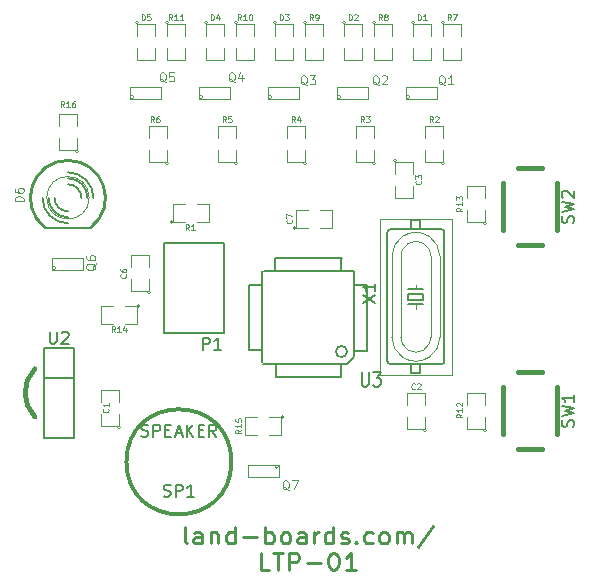
<source format=gto>
G04 (created by PCBNEW (2013-04-19 BZR 4011)-stable) date 21/08/2014 15:39:43*
%MOIN*%
G04 Gerber Fmt 3.4, Leading zero omitted, Abs format*
%FSLAX34Y34*%
G01*
G70*
G90*
G04 APERTURE LIST*
%ADD10C,0*%
%ADD11C,0.015*%
%ADD12C,0.01*%
%ADD13C,0.006*%
%ADD14C,0.0031*%
%ADD15C,0.0039*%
%ADD16C,0.008*%
%ADD17C,0.012*%
%ADD18C,0.003*%
%ADD19C,0.0026*%
%ADD20C,0.002*%
%ADD21C,0.0047*%
%ADD22C,0.0043*%
%ADD23C,0.0035*%
G04 APERTURE END LIST*
G54D10*
G54D11*
X22600Y-27800D02*
G75*
G03X22600Y-29399I799J-799D01*
G74*
G01*
G54D12*
X27685Y-33622D02*
X27628Y-33596D01*
X27600Y-33544D01*
X27600Y-33072D01*
X28171Y-33622D02*
X28171Y-33334D01*
X28142Y-33282D01*
X28085Y-33255D01*
X27971Y-33255D01*
X27914Y-33282D01*
X28171Y-33596D02*
X28114Y-33622D01*
X27971Y-33622D01*
X27914Y-33596D01*
X27885Y-33544D01*
X27885Y-33491D01*
X27914Y-33439D01*
X27971Y-33413D01*
X28114Y-33413D01*
X28171Y-33386D01*
X28457Y-33255D02*
X28457Y-33622D01*
X28457Y-33308D02*
X28485Y-33282D01*
X28542Y-33255D01*
X28628Y-33255D01*
X28685Y-33282D01*
X28714Y-33334D01*
X28714Y-33622D01*
X29257Y-33622D02*
X29257Y-33072D01*
X29257Y-33596D02*
X29200Y-33622D01*
X29085Y-33622D01*
X29028Y-33596D01*
X29000Y-33570D01*
X28971Y-33517D01*
X28971Y-33360D01*
X29000Y-33308D01*
X29028Y-33282D01*
X29085Y-33255D01*
X29200Y-33255D01*
X29257Y-33282D01*
X29542Y-33413D02*
X30000Y-33413D01*
X30285Y-33622D02*
X30285Y-33072D01*
X30285Y-33282D02*
X30342Y-33255D01*
X30457Y-33255D01*
X30514Y-33282D01*
X30542Y-33308D01*
X30571Y-33360D01*
X30571Y-33517D01*
X30542Y-33570D01*
X30514Y-33596D01*
X30457Y-33622D01*
X30342Y-33622D01*
X30285Y-33596D01*
X30914Y-33622D02*
X30857Y-33596D01*
X30828Y-33570D01*
X30800Y-33517D01*
X30800Y-33360D01*
X30828Y-33308D01*
X30857Y-33282D01*
X30914Y-33255D01*
X31000Y-33255D01*
X31057Y-33282D01*
X31085Y-33308D01*
X31114Y-33360D01*
X31114Y-33517D01*
X31085Y-33570D01*
X31057Y-33596D01*
X31000Y-33622D01*
X30914Y-33622D01*
X31628Y-33622D02*
X31628Y-33334D01*
X31600Y-33282D01*
X31542Y-33255D01*
X31428Y-33255D01*
X31371Y-33282D01*
X31628Y-33596D02*
X31571Y-33622D01*
X31428Y-33622D01*
X31371Y-33596D01*
X31342Y-33544D01*
X31342Y-33491D01*
X31371Y-33439D01*
X31428Y-33413D01*
X31571Y-33413D01*
X31628Y-33386D01*
X31914Y-33622D02*
X31914Y-33255D01*
X31914Y-33360D02*
X31942Y-33308D01*
X31971Y-33282D01*
X32028Y-33255D01*
X32085Y-33255D01*
X32542Y-33622D02*
X32542Y-33072D01*
X32542Y-33596D02*
X32485Y-33622D01*
X32371Y-33622D01*
X32314Y-33596D01*
X32285Y-33570D01*
X32257Y-33517D01*
X32257Y-33360D01*
X32285Y-33308D01*
X32314Y-33282D01*
X32371Y-33255D01*
X32485Y-33255D01*
X32542Y-33282D01*
X32800Y-33596D02*
X32857Y-33622D01*
X32971Y-33622D01*
X33028Y-33596D01*
X33057Y-33544D01*
X33057Y-33517D01*
X33028Y-33465D01*
X32971Y-33439D01*
X32885Y-33439D01*
X32828Y-33413D01*
X32800Y-33360D01*
X32800Y-33334D01*
X32828Y-33282D01*
X32885Y-33255D01*
X32971Y-33255D01*
X33028Y-33282D01*
X33314Y-33570D02*
X33342Y-33596D01*
X33314Y-33622D01*
X33285Y-33596D01*
X33314Y-33570D01*
X33314Y-33622D01*
X33857Y-33596D02*
X33800Y-33622D01*
X33685Y-33622D01*
X33628Y-33596D01*
X33600Y-33570D01*
X33571Y-33517D01*
X33571Y-33360D01*
X33600Y-33308D01*
X33628Y-33282D01*
X33685Y-33255D01*
X33800Y-33255D01*
X33857Y-33282D01*
X34200Y-33622D02*
X34142Y-33596D01*
X34114Y-33570D01*
X34085Y-33517D01*
X34085Y-33360D01*
X34114Y-33308D01*
X34142Y-33282D01*
X34200Y-33255D01*
X34285Y-33255D01*
X34342Y-33282D01*
X34371Y-33308D01*
X34400Y-33360D01*
X34400Y-33517D01*
X34371Y-33570D01*
X34342Y-33596D01*
X34285Y-33622D01*
X34200Y-33622D01*
X34657Y-33622D02*
X34657Y-33255D01*
X34657Y-33308D02*
X34685Y-33282D01*
X34742Y-33255D01*
X34828Y-33255D01*
X34885Y-33282D01*
X34914Y-33334D01*
X34914Y-33622D01*
X34914Y-33334D02*
X34942Y-33282D01*
X35000Y-33255D01*
X35085Y-33255D01*
X35142Y-33282D01*
X35171Y-33334D01*
X35171Y-33622D01*
X35885Y-33046D02*
X35371Y-33753D01*
X30414Y-34492D02*
X30128Y-34492D01*
X30128Y-33942D01*
X30528Y-33942D02*
X30871Y-33942D01*
X30699Y-34492D02*
X30699Y-33942D01*
X31071Y-34492D02*
X31071Y-33942D01*
X31300Y-33942D01*
X31357Y-33968D01*
X31385Y-33995D01*
X31414Y-34047D01*
X31414Y-34125D01*
X31385Y-34178D01*
X31357Y-34204D01*
X31300Y-34230D01*
X31071Y-34230D01*
X31671Y-34283D02*
X32128Y-34283D01*
X32528Y-33942D02*
X32585Y-33942D01*
X32642Y-33968D01*
X32671Y-33995D01*
X32699Y-34047D01*
X32728Y-34152D01*
X32728Y-34283D01*
X32699Y-34387D01*
X32671Y-34440D01*
X32642Y-34466D01*
X32585Y-34492D01*
X32528Y-34492D01*
X32471Y-34466D01*
X32442Y-34440D01*
X32414Y-34387D01*
X32385Y-34283D01*
X32385Y-34152D01*
X32414Y-34047D01*
X32442Y-33995D01*
X32471Y-33968D01*
X32528Y-33942D01*
X33300Y-34492D02*
X32957Y-34492D01*
X33128Y-34492D02*
X33128Y-33942D01*
X33071Y-34021D01*
X33014Y-34073D01*
X32957Y-34099D01*
G54D13*
X29720Y-25010D02*
X30170Y-25010D01*
X29720Y-27190D02*
X30160Y-27190D01*
X29720Y-25010D02*
X29720Y-27190D01*
X30600Y-24540D02*
X30600Y-24110D01*
X32810Y-24530D02*
X32810Y-24110D01*
X32820Y-24110D02*
X30600Y-24100D01*
X32800Y-28080D02*
X30630Y-28090D01*
X33230Y-27390D02*
X33230Y-24560D01*
X30620Y-28080D02*
X30620Y-27670D01*
X32980Y-27630D02*
X30200Y-27630D01*
X30180Y-24550D02*
X30180Y-27590D01*
X33230Y-24550D02*
X30230Y-24550D01*
X33680Y-27220D02*
X33680Y-25000D01*
X33680Y-25000D02*
X33230Y-25000D01*
X33226Y-27400D02*
X32996Y-27630D01*
X33678Y-27220D02*
X33226Y-27220D01*
X32800Y-27630D02*
X32800Y-28082D01*
X33006Y-27226D02*
G75*
G03X33006Y-27226I-188J0D01*
G74*
G01*
G54D11*
X39494Y-21120D02*
X38706Y-21120D01*
X38214Y-21613D02*
X38214Y-23187D01*
X39494Y-23680D02*
X38805Y-23680D01*
X38805Y-23680D02*
X38706Y-23680D01*
X39986Y-21613D02*
X39986Y-23187D01*
X39494Y-27920D02*
X38706Y-27920D01*
X38214Y-28413D02*
X38214Y-29987D01*
X39494Y-30480D02*
X38805Y-30480D01*
X38805Y-30480D02*
X38706Y-30480D01*
X39986Y-28413D02*
X39986Y-29987D01*
G54D14*
X28199Y-18738D02*
G75*
G03X28199Y-18738I-62J0D01*
G74*
G01*
X29100Y-18400D02*
X29100Y-18800D01*
X28075Y-18400D02*
X28075Y-18800D01*
X29100Y-18800D02*
X28075Y-18800D01*
X28075Y-18400D02*
X29100Y-18400D01*
X23299Y-24438D02*
G75*
G03X23299Y-24438I-62J0D01*
G74*
G01*
X24200Y-24100D02*
X24200Y-24500D01*
X23175Y-24100D02*
X23175Y-24500D01*
X24200Y-24500D02*
X23175Y-24500D01*
X23175Y-24100D02*
X24200Y-24100D01*
X30725Y-31062D02*
G75*
G03X30725Y-31062I-62J0D01*
G74*
G01*
X29700Y-31400D02*
X29700Y-31000D01*
X30725Y-31400D02*
X30725Y-31000D01*
X29700Y-31000D02*
X30725Y-31000D01*
X30725Y-31400D02*
X29700Y-31400D01*
X30499Y-18738D02*
G75*
G03X30499Y-18738I-62J0D01*
G74*
G01*
X31400Y-18400D02*
X31400Y-18800D01*
X30375Y-18400D02*
X30375Y-18800D01*
X31400Y-18800D02*
X30375Y-18800D01*
X30375Y-18400D02*
X31400Y-18400D01*
X25899Y-18738D02*
G75*
G03X25899Y-18738I-62J0D01*
G74*
G01*
X26800Y-18400D02*
X26800Y-18800D01*
X25775Y-18400D02*
X25775Y-18800D01*
X26800Y-18800D02*
X25775Y-18800D01*
X25775Y-18400D02*
X26800Y-18400D01*
X35099Y-18738D02*
G75*
G03X35099Y-18738I-62J0D01*
G74*
G01*
X36000Y-18400D02*
X36000Y-18800D01*
X34975Y-18400D02*
X34975Y-18800D01*
X36000Y-18800D02*
X34975Y-18800D01*
X34975Y-18400D02*
X36000Y-18400D01*
X32799Y-18738D02*
G75*
G03X32799Y-18738I-62J0D01*
G74*
G01*
X33700Y-18400D02*
X33700Y-18800D01*
X32675Y-18400D02*
X32675Y-18800D01*
X33700Y-18800D02*
X32675Y-18800D01*
X32675Y-18400D02*
X33700Y-18400D01*
G54D15*
X33950Y-20950D02*
G75*
G03X33950Y-20950I-50J0D01*
G74*
G01*
X33900Y-20500D02*
X33900Y-20900D01*
X33900Y-20900D02*
X33300Y-20900D01*
X33300Y-20900D02*
X33300Y-20500D01*
X33300Y-20100D02*
X33300Y-19700D01*
X33300Y-19700D02*
X33900Y-19700D01*
X33900Y-19700D02*
X33900Y-20100D01*
X37650Y-22950D02*
G75*
G03X37650Y-22950I-50J0D01*
G74*
G01*
X37600Y-22500D02*
X37600Y-22900D01*
X37600Y-22900D02*
X37000Y-22900D01*
X37000Y-22900D02*
X37000Y-22500D01*
X37000Y-22100D02*
X37000Y-21700D01*
X37000Y-21700D02*
X37600Y-21700D01*
X37600Y-21700D02*
X37600Y-22100D01*
X37650Y-29850D02*
G75*
G03X37650Y-29850I-50J0D01*
G74*
G01*
X37600Y-29400D02*
X37600Y-29800D01*
X37600Y-29800D02*
X37000Y-29800D01*
X37000Y-29800D02*
X37000Y-29400D01*
X37000Y-29000D02*
X37000Y-28600D01*
X37000Y-28600D02*
X37600Y-28600D01*
X37600Y-28600D02*
X37600Y-29000D01*
X36250Y-16250D02*
G75*
G03X36250Y-16250I-50J0D01*
G74*
G01*
X36200Y-16700D02*
X36200Y-16300D01*
X36200Y-16300D02*
X36800Y-16300D01*
X36800Y-16300D02*
X36800Y-16700D01*
X36800Y-17100D02*
X36800Y-17500D01*
X36800Y-17500D02*
X36200Y-17500D01*
X36200Y-17500D02*
X36200Y-17100D01*
X36250Y-20950D02*
G75*
G03X36250Y-20950I-50J0D01*
G74*
G01*
X36200Y-20500D02*
X36200Y-20900D01*
X36200Y-20900D02*
X35600Y-20900D01*
X35600Y-20900D02*
X35600Y-20500D01*
X35600Y-20100D02*
X35600Y-19700D01*
X35600Y-19700D02*
X36200Y-19700D01*
X36200Y-19700D02*
X36200Y-20100D01*
X26100Y-25700D02*
G75*
G03X26100Y-25700I-50J0D01*
G74*
G01*
X25600Y-25700D02*
X26000Y-25700D01*
X26000Y-25700D02*
X26000Y-26300D01*
X26000Y-26300D02*
X25600Y-26300D01*
X25200Y-26300D02*
X24800Y-26300D01*
X24800Y-26300D02*
X24800Y-25700D01*
X24800Y-25700D02*
X25200Y-25700D01*
X24050Y-20550D02*
G75*
G03X24050Y-20550I-50J0D01*
G74*
G01*
X24000Y-20100D02*
X24000Y-20500D01*
X24000Y-20500D02*
X23400Y-20500D01*
X23400Y-20500D02*
X23400Y-20100D01*
X23400Y-19700D02*
X23400Y-19300D01*
X23400Y-19300D02*
X24000Y-19300D01*
X24000Y-19300D02*
X24000Y-19700D01*
X30900Y-29400D02*
G75*
G03X30900Y-29400I-50J0D01*
G74*
G01*
X30400Y-29400D02*
X30800Y-29400D01*
X30800Y-29400D02*
X30800Y-30000D01*
X30800Y-30000D02*
X30400Y-30000D01*
X30000Y-30000D02*
X29600Y-30000D01*
X29600Y-30000D02*
X29600Y-29400D01*
X29600Y-29400D02*
X30000Y-29400D01*
X32950Y-16250D02*
G75*
G03X32950Y-16250I-50J0D01*
G74*
G01*
X32900Y-16700D02*
X32900Y-16300D01*
X32900Y-16300D02*
X33500Y-16300D01*
X33500Y-16300D02*
X33500Y-16700D01*
X33500Y-17100D02*
X33500Y-17500D01*
X33500Y-17500D02*
X32900Y-17500D01*
X32900Y-17500D02*
X32900Y-17100D01*
X29350Y-20950D02*
G75*
G03X29350Y-20950I-50J0D01*
G74*
G01*
X29300Y-20500D02*
X29300Y-20900D01*
X29300Y-20900D02*
X28700Y-20900D01*
X28700Y-20900D02*
X28700Y-20500D01*
X28700Y-20100D02*
X28700Y-19700D01*
X28700Y-19700D02*
X29300Y-19700D01*
X29300Y-19700D02*
X29300Y-20100D01*
X29350Y-16250D02*
G75*
G03X29350Y-16250I-50J0D01*
G74*
G01*
X29300Y-16700D02*
X29300Y-16300D01*
X29300Y-16300D02*
X29900Y-16300D01*
X29900Y-16300D02*
X29900Y-16700D01*
X29900Y-17100D02*
X29900Y-17500D01*
X29900Y-17500D02*
X29300Y-17500D01*
X29300Y-17500D02*
X29300Y-17100D01*
X28350Y-16250D02*
G75*
G03X28350Y-16250I-50J0D01*
G74*
G01*
X28300Y-16700D02*
X28300Y-16300D01*
X28300Y-16300D02*
X28900Y-16300D01*
X28900Y-16300D02*
X28900Y-16700D01*
X28900Y-17100D02*
X28900Y-17500D01*
X28900Y-17500D02*
X28300Y-17500D01*
X28300Y-17500D02*
X28300Y-17100D01*
X31650Y-20950D02*
G75*
G03X31650Y-20950I-50J0D01*
G74*
G01*
X31600Y-20500D02*
X31600Y-20900D01*
X31600Y-20900D02*
X31000Y-20900D01*
X31000Y-20900D02*
X31000Y-20500D01*
X31000Y-20100D02*
X31000Y-19700D01*
X31000Y-19700D02*
X31600Y-19700D01*
X31600Y-19700D02*
X31600Y-20100D01*
X31650Y-16250D02*
G75*
G03X31650Y-16250I-50J0D01*
G74*
G01*
X31600Y-16700D02*
X31600Y-16300D01*
X31600Y-16300D02*
X32200Y-16300D01*
X32200Y-16300D02*
X32200Y-16700D01*
X32200Y-17100D02*
X32200Y-17500D01*
X32200Y-17500D02*
X31600Y-17500D01*
X31600Y-17500D02*
X31600Y-17100D01*
X30650Y-16250D02*
G75*
G03X30650Y-16250I-50J0D01*
G74*
G01*
X30600Y-16700D02*
X30600Y-16300D01*
X30600Y-16300D02*
X31200Y-16300D01*
X31200Y-16300D02*
X31200Y-16700D01*
X31200Y-17100D02*
X31200Y-17500D01*
X31200Y-17500D02*
X30600Y-17500D01*
X30600Y-17500D02*
X30600Y-17100D01*
X33950Y-16250D02*
G75*
G03X33950Y-16250I-50J0D01*
G74*
G01*
X33900Y-16700D02*
X33900Y-16300D01*
X33900Y-16300D02*
X34500Y-16300D01*
X34500Y-16300D02*
X34500Y-16700D01*
X34500Y-17100D02*
X34500Y-17500D01*
X34500Y-17500D02*
X33900Y-17500D01*
X33900Y-17500D02*
X33900Y-17100D01*
X27050Y-20950D02*
G75*
G03X27050Y-20950I-50J0D01*
G74*
G01*
X27000Y-20500D02*
X27000Y-20900D01*
X27000Y-20900D02*
X26400Y-20900D01*
X26400Y-20900D02*
X26400Y-20500D01*
X26400Y-20100D02*
X26400Y-19700D01*
X26400Y-19700D02*
X27000Y-19700D01*
X27000Y-19700D02*
X27000Y-20100D01*
X27050Y-16250D02*
G75*
G03X27050Y-16250I-50J0D01*
G74*
G01*
X27000Y-16700D02*
X27000Y-16300D01*
X27000Y-16300D02*
X27600Y-16300D01*
X27600Y-16300D02*
X27600Y-16700D01*
X27600Y-17100D02*
X27600Y-17500D01*
X27600Y-17500D02*
X27000Y-17500D01*
X27000Y-17500D02*
X27000Y-17100D01*
X26050Y-16250D02*
G75*
G03X26050Y-16250I-50J0D01*
G74*
G01*
X26000Y-16700D02*
X26000Y-16300D01*
X26000Y-16300D02*
X26600Y-16300D01*
X26600Y-16300D02*
X26600Y-16700D01*
X26600Y-17100D02*
X26600Y-17500D01*
X26600Y-17500D02*
X26000Y-17500D01*
X26000Y-17500D02*
X26000Y-17100D01*
G54D16*
X28900Y-23600D02*
X28900Y-26600D01*
X26900Y-26600D02*
X26900Y-23600D01*
X26900Y-23600D02*
X28900Y-23600D01*
X28900Y-26600D02*
X26900Y-26600D01*
G54D15*
X34650Y-20850D02*
G75*
G03X34650Y-20850I-50J0D01*
G74*
G01*
X34600Y-21300D02*
X34600Y-20900D01*
X34600Y-20900D02*
X35200Y-20900D01*
X35200Y-20900D02*
X35200Y-21300D01*
X35200Y-21700D02*
X35200Y-22100D01*
X35200Y-22100D02*
X34600Y-22100D01*
X34600Y-22100D02*
X34600Y-21700D01*
X35650Y-29850D02*
G75*
G03X35650Y-29850I-50J0D01*
G74*
G01*
X35600Y-29400D02*
X35600Y-29800D01*
X35600Y-29800D02*
X35000Y-29800D01*
X35000Y-29800D02*
X35000Y-29400D01*
X35000Y-29000D02*
X35000Y-28600D01*
X35000Y-28600D02*
X35600Y-28600D01*
X35600Y-28600D02*
X35600Y-29000D01*
X25450Y-29750D02*
G75*
G03X25450Y-29750I-50J0D01*
G74*
G01*
X25400Y-29300D02*
X25400Y-29700D01*
X25400Y-29700D02*
X24800Y-29700D01*
X24800Y-29700D02*
X24800Y-29300D01*
X24800Y-28900D02*
X24800Y-28500D01*
X24800Y-28500D02*
X25400Y-28500D01*
X25400Y-28500D02*
X25400Y-28900D01*
X35250Y-16250D02*
G75*
G03X35250Y-16250I-50J0D01*
G74*
G01*
X35200Y-16700D02*
X35200Y-16300D01*
X35200Y-16300D02*
X35800Y-16300D01*
X35800Y-16300D02*
X35800Y-16700D01*
X35800Y-17100D02*
X35800Y-17500D01*
X35800Y-17500D02*
X35200Y-17500D01*
X35200Y-17500D02*
X35200Y-17100D01*
X27200Y-22900D02*
G75*
G03X27200Y-22900I-50J0D01*
G74*
G01*
X27600Y-22900D02*
X27200Y-22900D01*
X27200Y-22900D02*
X27200Y-22300D01*
X27200Y-22300D02*
X27600Y-22300D01*
X28000Y-22300D02*
X28400Y-22300D01*
X28400Y-22300D02*
X28400Y-22900D01*
X28400Y-22900D02*
X28000Y-22900D01*
X26450Y-25250D02*
G75*
G03X26450Y-25250I-50J0D01*
G74*
G01*
X26400Y-24800D02*
X26400Y-25200D01*
X26400Y-25200D02*
X25800Y-25200D01*
X25800Y-25200D02*
X25800Y-24800D01*
X25800Y-24400D02*
X25800Y-24000D01*
X25800Y-24000D02*
X26400Y-24000D01*
X26400Y-24000D02*
X26400Y-24400D01*
X31300Y-23100D02*
G75*
G03X31300Y-23100I-50J0D01*
G74*
G01*
X31700Y-23100D02*
X31300Y-23100D01*
X31300Y-23100D02*
X31300Y-22500D01*
X31300Y-22500D02*
X31700Y-22500D01*
X32100Y-22500D02*
X32500Y-22500D01*
X32500Y-22500D02*
X32500Y-23100D01*
X32500Y-23100D02*
X32100Y-23100D01*
G54D17*
X29150Y-30900D02*
G75*
G03X29150Y-30900I-1750J0D01*
G74*
G01*
G54D13*
X22900Y-27100D02*
X23900Y-27100D01*
X23900Y-27100D02*
X23900Y-30100D01*
X23900Y-30100D02*
X22900Y-30100D01*
X22900Y-30100D02*
X22900Y-27100D01*
X23900Y-28100D02*
X22900Y-28100D01*
G54D16*
X22950Y-23120D02*
X24450Y-23120D01*
G54D18*
X24407Y-22100D02*
G75*
G03X24407Y-22100I-707J0D01*
G74*
G01*
G54D12*
X24450Y-23099D02*
G75*
G03X22949Y-23099I-750J999D01*
G74*
G01*
G54D13*
X24150Y-22100D02*
G75*
G03X23700Y-21650I-450J0D01*
G74*
G01*
X23250Y-22100D02*
G75*
G03X23700Y-22550I450J0D01*
G74*
G01*
X24350Y-22100D02*
G75*
G03X23700Y-21450I-650J0D01*
G74*
G01*
X23050Y-22100D02*
G75*
G03X23700Y-22750I650J0D01*
G74*
G01*
X24550Y-22100D02*
G75*
G03X23700Y-21250I-850J0D01*
G74*
G01*
X22850Y-22100D02*
G75*
G03X23700Y-22950I850J0D01*
G74*
G01*
G54D19*
X34100Y-22800D02*
X34100Y-28000D01*
X34100Y-28000D02*
X36500Y-28000D01*
X36500Y-22800D02*
X36500Y-28000D01*
X34100Y-22800D02*
X36500Y-22800D01*
G54D13*
X35750Y-23150D02*
X36150Y-23150D01*
X35750Y-27650D02*
X36150Y-27650D01*
G54D20*
X34800Y-26750D02*
X34800Y-24050D01*
X34500Y-26750D02*
X34500Y-24050D01*
X35800Y-24050D02*
X35800Y-26750D01*
G54D13*
X34350Y-27550D02*
X34350Y-23250D01*
X35150Y-27650D02*
X35150Y-27950D01*
X35450Y-27650D02*
X35450Y-27950D01*
X35150Y-27950D02*
X35450Y-27950D01*
X34850Y-27650D02*
X35750Y-27650D01*
X34450Y-27650D02*
X34850Y-27650D01*
X35150Y-22850D02*
X35450Y-22850D01*
X34850Y-23150D02*
X35150Y-23150D01*
X35150Y-23150D02*
X35450Y-23150D01*
X35450Y-23150D02*
X35750Y-23150D01*
X34450Y-23150D02*
X34850Y-23150D01*
X35150Y-23150D02*
X35150Y-22850D01*
X35450Y-23150D02*
X35450Y-22850D01*
G54D20*
X36100Y-24050D02*
X36100Y-26750D01*
G54D13*
X36250Y-27550D02*
X36250Y-23250D01*
X35550Y-25300D02*
X35050Y-25300D01*
X35050Y-25300D02*
X35050Y-25500D01*
X35050Y-25500D02*
X35550Y-25500D01*
X35550Y-25500D02*
X35550Y-25300D01*
X35550Y-25150D02*
X35300Y-25150D01*
X35300Y-25150D02*
X35050Y-25150D01*
G54D20*
X35300Y-25150D02*
X35300Y-25000D01*
G54D13*
X35550Y-25650D02*
X35300Y-25650D01*
X35300Y-25650D02*
X35050Y-25650D01*
G54D20*
X35300Y-25650D02*
X35300Y-25800D01*
X36100Y-24049D02*
G75*
G03X35749Y-23388I-800J-1D01*
G74*
G01*
X35750Y-27410D02*
G75*
G03X36100Y-26750I-450J660D01*
G74*
G01*
G54D13*
X34350Y-27550D02*
G75*
G03X34450Y-27650I100J0D01*
G74*
G01*
G54D20*
X34800Y-26749D02*
G75*
G03X34849Y-26966I499J0D01*
G74*
G01*
X35750Y-26967D02*
G75*
G03X35800Y-26750I-450J217D01*
G74*
G01*
X34500Y-26751D02*
G75*
G03X34851Y-27411I799J2D01*
G74*
G01*
X34850Y-26969D02*
G75*
G03X35750Y-26966I449J219D01*
G74*
G01*
X34850Y-27411D02*
G75*
G03X35749Y-27411I449J661D01*
G74*
G01*
X34849Y-23389D02*
G75*
G03X34500Y-24050I450J-660D01*
G74*
G01*
X35749Y-23830D02*
G75*
G03X34849Y-23833I-449J-219D01*
G74*
G01*
X34849Y-23832D02*
G75*
G03X34800Y-24050I450J-217D01*
G74*
G01*
X35799Y-24050D02*
G75*
G03X35750Y-23833I-499J0D01*
G74*
G01*
X35749Y-23388D02*
G75*
G03X34850Y-23388I-449J-661D01*
G74*
G01*
G54D13*
X34450Y-23150D02*
G75*
G03X34350Y-23250I0J-100D01*
G74*
G01*
X36150Y-27650D02*
G75*
G03X36250Y-27550I0J100D01*
G74*
G01*
X36250Y-23250D02*
G75*
G03X36150Y-23150I-100J0D01*
G74*
G01*
G54D16*
X33495Y-27902D02*
X33495Y-28307D01*
X33514Y-28354D01*
X33533Y-28378D01*
X33571Y-28402D01*
X33647Y-28402D01*
X33685Y-28378D01*
X33704Y-28354D01*
X33723Y-28307D01*
X33723Y-27902D01*
X33876Y-27902D02*
X34123Y-27902D01*
X33990Y-28092D01*
X34047Y-28092D01*
X34085Y-28116D01*
X34104Y-28140D01*
X34123Y-28188D01*
X34123Y-28307D01*
X34104Y-28354D01*
X34085Y-28378D01*
X34047Y-28402D01*
X33933Y-28402D01*
X33895Y-28378D01*
X33876Y-28354D01*
X40542Y-22933D02*
X40561Y-22876D01*
X40561Y-22780D01*
X40542Y-22742D01*
X40523Y-22723D01*
X40485Y-22704D01*
X40447Y-22704D01*
X40409Y-22723D01*
X40390Y-22742D01*
X40371Y-22780D01*
X40352Y-22857D01*
X40333Y-22895D01*
X40314Y-22914D01*
X40276Y-22933D01*
X40238Y-22933D01*
X40200Y-22914D01*
X40180Y-22895D01*
X40161Y-22857D01*
X40161Y-22761D01*
X40180Y-22704D01*
X40161Y-22571D02*
X40561Y-22476D01*
X40276Y-22400D01*
X40561Y-22323D01*
X40161Y-22228D01*
X40200Y-22095D02*
X40180Y-22076D01*
X40161Y-22038D01*
X40161Y-21942D01*
X40180Y-21904D01*
X40200Y-21885D01*
X40238Y-21866D01*
X40276Y-21866D01*
X40333Y-21885D01*
X40561Y-22114D01*
X40561Y-21866D01*
X40542Y-29733D02*
X40561Y-29676D01*
X40561Y-29580D01*
X40542Y-29542D01*
X40523Y-29523D01*
X40485Y-29504D01*
X40447Y-29504D01*
X40409Y-29523D01*
X40390Y-29542D01*
X40371Y-29580D01*
X40352Y-29657D01*
X40333Y-29695D01*
X40314Y-29714D01*
X40276Y-29733D01*
X40238Y-29733D01*
X40200Y-29714D01*
X40180Y-29695D01*
X40161Y-29657D01*
X40161Y-29561D01*
X40180Y-29504D01*
X40161Y-29371D02*
X40561Y-29276D01*
X40276Y-29200D01*
X40561Y-29123D01*
X40161Y-29028D01*
X40561Y-28666D02*
X40561Y-28895D01*
X40561Y-28780D02*
X40161Y-28780D01*
X40219Y-28819D01*
X40257Y-28857D01*
X40276Y-28895D01*
G54D21*
X29271Y-18250D02*
X29242Y-18235D01*
X29214Y-18207D01*
X29171Y-18164D01*
X29142Y-18150D01*
X29114Y-18150D01*
X29128Y-18221D02*
X29100Y-18207D01*
X29071Y-18178D01*
X29057Y-18121D01*
X29057Y-18021D01*
X29071Y-17964D01*
X29100Y-17935D01*
X29128Y-17921D01*
X29185Y-17921D01*
X29214Y-17935D01*
X29242Y-17964D01*
X29257Y-18021D01*
X29257Y-18121D01*
X29242Y-18178D01*
X29214Y-18207D01*
X29185Y-18221D01*
X29128Y-18221D01*
X29514Y-18021D02*
X29514Y-18221D01*
X29442Y-17907D02*
X29371Y-18121D01*
X29557Y-18121D01*
X24637Y-24289D02*
X24622Y-24318D01*
X24594Y-24346D01*
X24551Y-24389D01*
X24537Y-24418D01*
X24537Y-24446D01*
X24608Y-24432D02*
X24594Y-24461D01*
X24565Y-24489D01*
X24508Y-24503D01*
X24408Y-24503D01*
X24351Y-24489D01*
X24322Y-24461D01*
X24308Y-24432D01*
X24308Y-24375D01*
X24322Y-24346D01*
X24351Y-24318D01*
X24408Y-24303D01*
X24508Y-24303D01*
X24565Y-24318D01*
X24594Y-24346D01*
X24608Y-24375D01*
X24608Y-24432D01*
X24308Y-24046D02*
X24308Y-24103D01*
X24322Y-24132D01*
X24337Y-24146D01*
X24379Y-24175D01*
X24437Y-24189D01*
X24551Y-24189D01*
X24579Y-24175D01*
X24594Y-24161D01*
X24608Y-24132D01*
X24608Y-24075D01*
X24594Y-24046D01*
X24579Y-24032D01*
X24551Y-24018D01*
X24479Y-24018D01*
X24451Y-24032D01*
X24437Y-24046D01*
X24422Y-24075D01*
X24422Y-24132D01*
X24437Y-24161D01*
X24451Y-24175D01*
X24479Y-24189D01*
X31071Y-31850D02*
X31042Y-31835D01*
X31014Y-31807D01*
X30971Y-31764D01*
X30942Y-31750D01*
X30914Y-31750D01*
X30928Y-31821D02*
X30900Y-31807D01*
X30871Y-31778D01*
X30857Y-31721D01*
X30857Y-31621D01*
X30871Y-31564D01*
X30900Y-31535D01*
X30928Y-31521D01*
X30985Y-31521D01*
X31014Y-31535D01*
X31042Y-31564D01*
X31057Y-31621D01*
X31057Y-31721D01*
X31042Y-31778D01*
X31014Y-31807D01*
X30985Y-31821D01*
X30928Y-31821D01*
X31157Y-31521D02*
X31357Y-31521D01*
X31228Y-31821D01*
X31671Y-18350D02*
X31642Y-18335D01*
X31614Y-18307D01*
X31571Y-18264D01*
X31542Y-18250D01*
X31514Y-18250D01*
X31528Y-18321D02*
X31500Y-18307D01*
X31471Y-18278D01*
X31457Y-18221D01*
X31457Y-18121D01*
X31471Y-18064D01*
X31500Y-18035D01*
X31528Y-18021D01*
X31585Y-18021D01*
X31614Y-18035D01*
X31642Y-18064D01*
X31657Y-18121D01*
X31657Y-18221D01*
X31642Y-18278D01*
X31614Y-18307D01*
X31585Y-18321D01*
X31528Y-18321D01*
X31757Y-18021D02*
X31942Y-18021D01*
X31842Y-18135D01*
X31885Y-18135D01*
X31914Y-18150D01*
X31928Y-18164D01*
X31942Y-18192D01*
X31942Y-18264D01*
X31928Y-18292D01*
X31914Y-18307D01*
X31885Y-18321D01*
X31800Y-18321D01*
X31771Y-18307D01*
X31757Y-18292D01*
X26971Y-18250D02*
X26942Y-18235D01*
X26914Y-18207D01*
X26871Y-18164D01*
X26842Y-18150D01*
X26814Y-18150D01*
X26828Y-18221D02*
X26800Y-18207D01*
X26771Y-18178D01*
X26757Y-18121D01*
X26757Y-18021D01*
X26771Y-17964D01*
X26800Y-17935D01*
X26828Y-17921D01*
X26885Y-17921D01*
X26914Y-17935D01*
X26942Y-17964D01*
X26957Y-18021D01*
X26957Y-18121D01*
X26942Y-18178D01*
X26914Y-18207D01*
X26885Y-18221D01*
X26828Y-18221D01*
X27228Y-17921D02*
X27085Y-17921D01*
X27071Y-18064D01*
X27085Y-18050D01*
X27114Y-18035D01*
X27185Y-18035D01*
X27214Y-18050D01*
X27228Y-18064D01*
X27242Y-18092D01*
X27242Y-18164D01*
X27228Y-18192D01*
X27214Y-18207D01*
X27185Y-18221D01*
X27114Y-18221D01*
X27085Y-18207D01*
X27071Y-18192D01*
X36271Y-18350D02*
X36242Y-18335D01*
X36214Y-18307D01*
X36171Y-18264D01*
X36142Y-18250D01*
X36114Y-18250D01*
X36128Y-18321D02*
X36100Y-18307D01*
X36071Y-18278D01*
X36057Y-18221D01*
X36057Y-18121D01*
X36071Y-18064D01*
X36100Y-18035D01*
X36128Y-18021D01*
X36185Y-18021D01*
X36214Y-18035D01*
X36242Y-18064D01*
X36257Y-18121D01*
X36257Y-18221D01*
X36242Y-18278D01*
X36214Y-18307D01*
X36185Y-18321D01*
X36128Y-18321D01*
X36542Y-18321D02*
X36371Y-18321D01*
X36457Y-18321D02*
X36457Y-18021D01*
X36428Y-18064D01*
X36400Y-18092D01*
X36371Y-18107D01*
X34071Y-18350D02*
X34042Y-18335D01*
X34014Y-18307D01*
X33971Y-18264D01*
X33942Y-18250D01*
X33914Y-18250D01*
X33928Y-18321D02*
X33900Y-18307D01*
X33871Y-18278D01*
X33857Y-18221D01*
X33857Y-18121D01*
X33871Y-18064D01*
X33900Y-18035D01*
X33928Y-18021D01*
X33985Y-18021D01*
X34014Y-18035D01*
X34042Y-18064D01*
X34057Y-18121D01*
X34057Y-18221D01*
X34042Y-18278D01*
X34014Y-18307D01*
X33985Y-18321D01*
X33928Y-18321D01*
X34171Y-18050D02*
X34185Y-18035D01*
X34214Y-18021D01*
X34285Y-18021D01*
X34314Y-18035D01*
X34328Y-18050D01*
X34342Y-18078D01*
X34342Y-18107D01*
X34328Y-18150D01*
X34157Y-18321D01*
X34342Y-18321D01*
G54D22*
X33567Y-19579D02*
X33501Y-19485D01*
X33454Y-19579D02*
X33454Y-19382D01*
X33529Y-19382D01*
X33548Y-19392D01*
X33557Y-19401D01*
X33567Y-19420D01*
X33567Y-19448D01*
X33557Y-19467D01*
X33548Y-19476D01*
X33529Y-19485D01*
X33454Y-19485D01*
X33632Y-19382D02*
X33754Y-19382D01*
X33689Y-19457D01*
X33717Y-19457D01*
X33736Y-19467D01*
X33745Y-19476D01*
X33754Y-19495D01*
X33754Y-19542D01*
X33745Y-19560D01*
X33736Y-19570D01*
X33717Y-19579D01*
X33660Y-19579D01*
X33642Y-19570D01*
X33632Y-19560D01*
X36848Y-22426D02*
X36754Y-22492D01*
X36848Y-22539D02*
X36651Y-22539D01*
X36651Y-22464D01*
X36660Y-22445D01*
X36670Y-22436D01*
X36688Y-22426D01*
X36716Y-22426D01*
X36735Y-22436D01*
X36745Y-22445D01*
X36754Y-22464D01*
X36754Y-22539D01*
X36848Y-22239D02*
X36848Y-22351D01*
X36848Y-22295D02*
X36651Y-22295D01*
X36679Y-22314D01*
X36698Y-22332D01*
X36707Y-22351D01*
X36651Y-22173D02*
X36651Y-22051D01*
X36726Y-22117D01*
X36726Y-22088D01*
X36735Y-22070D01*
X36745Y-22060D01*
X36763Y-22051D01*
X36810Y-22051D01*
X36829Y-22060D01*
X36838Y-22070D01*
X36848Y-22088D01*
X36848Y-22145D01*
X36838Y-22163D01*
X36829Y-22173D01*
X36848Y-29306D02*
X36754Y-29372D01*
X36848Y-29419D02*
X36651Y-29419D01*
X36651Y-29344D01*
X36660Y-29325D01*
X36670Y-29316D01*
X36688Y-29306D01*
X36716Y-29306D01*
X36735Y-29316D01*
X36745Y-29325D01*
X36754Y-29344D01*
X36754Y-29419D01*
X36848Y-29119D02*
X36848Y-29231D01*
X36848Y-29175D02*
X36651Y-29175D01*
X36679Y-29194D01*
X36698Y-29213D01*
X36707Y-29231D01*
X36670Y-29044D02*
X36660Y-29034D01*
X36651Y-29016D01*
X36651Y-28969D01*
X36660Y-28950D01*
X36670Y-28941D01*
X36688Y-28931D01*
X36707Y-28931D01*
X36735Y-28941D01*
X36848Y-29053D01*
X36848Y-28931D01*
X36467Y-16179D02*
X36401Y-16085D01*
X36354Y-16179D02*
X36354Y-15982D01*
X36429Y-15982D01*
X36448Y-15992D01*
X36457Y-16001D01*
X36467Y-16020D01*
X36467Y-16048D01*
X36457Y-16067D01*
X36448Y-16076D01*
X36429Y-16085D01*
X36354Y-16085D01*
X36532Y-15982D02*
X36664Y-15982D01*
X36579Y-16179D01*
X35867Y-19579D02*
X35801Y-19485D01*
X35754Y-19579D02*
X35754Y-19382D01*
X35829Y-19382D01*
X35848Y-19392D01*
X35857Y-19401D01*
X35867Y-19420D01*
X35867Y-19448D01*
X35857Y-19467D01*
X35848Y-19476D01*
X35829Y-19485D01*
X35754Y-19485D01*
X35942Y-19401D02*
X35951Y-19392D01*
X35970Y-19382D01*
X36017Y-19382D01*
X36036Y-19392D01*
X36045Y-19401D01*
X36054Y-19420D01*
X36054Y-19439D01*
X36045Y-19467D01*
X35932Y-19579D01*
X36054Y-19579D01*
X25273Y-26579D02*
X25207Y-26485D01*
X25160Y-26579D02*
X25160Y-26382D01*
X25235Y-26382D01*
X25254Y-26392D01*
X25263Y-26401D01*
X25273Y-26420D01*
X25273Y-26448D01*
X25263Y-26467D01*
X25254Y-26476D01*
X25235Y-26485D01*
X25160Y-26485D01*
X25460Y-26579D02*
X25348Y-26579D01*
X25404Y-26579D02*
X25404Y-26382D01*
X25385Y-26410D01*
X25367Y-26429D01*
X25348Y-26439D01*
X25629Y-26448D02*
X25629Y-26579D01*
X25582Y-26373D02*
X25536Y-26514D01*
X25657Y-26514D01*
X23573Y-19079D02*
X23507Y-18985D01*
X23460Y-19079D02*
X23460Y-18882D01*
X23535Y-18882D01*
X23554Y-18892D01*
X23563Y-18901D01*
X23573Y-18920D01*
X23573Y-18948D01*
X23563Y-18967D01*
X23554Y-18976D01*
X23535Y-18985D01*
X23460Y-18985D01*
X23760Y-19079D02*
X23648Y-19079D01*
X23704Y-19079D02*
X23704Y-18882D01*
X23685Y-18910D01*
X23667Y-18929D01*
X23648Y-18939D01*
X23929Y-18882D02*
X23892Y-18882D01*
X23873Y-18892D01*
X23864Y-18901D01*
X23845Y-18929D01*
X23836Y-18967D01*
X23836Y-19042D01*
X23845Y-19060D01*
X23854Y-19070D01*
X23873Y-19079D01*
X23911Y-19079D01*
X23929Y-19070D01*
X23939Y-19060D01*
X23948Y-19042D01*
X23948Y-18995D01*
X23939Y-18976D01*
X23929Y-18967D01*
X23911Y-18957D01*
X23873Y-18957D01*
X23854Y-18967D01*
X23845Y-18976D01*
X23836Y-18995D01*
X29479Y-29826D02*
X29385Y-29892D01*
X29479Y-29939D02*
X29282Y-29939D01*
X29282Y-29864D01*
X29292Y-29845D01*
X29301Y-29836D01*
X29320Y-29826D01*
X29348Y-29826D01*
X29367Y-29836D01*
X29376Y-29845D01*
X29385Y-29864D01*
X29385Y-29939D01*
X29479Y-29639D02*
X29479Y-29751D01*
X29479Y-29695D02*
X29282Y-29695D01*
X29310Y-29714D01*
X29329Y-29732D01*
X29339Y-29751D01*
X29282Y-29460D02*
X29282Y-29554D01*
X29376Y-29563D01*
X29367Y-29554D01*
X29357Y-29535D01*
X29357Y-29488D01*
X29367Y-29470D01*
X29376Y-29460D01*
X29395Y-29451D01*
X29442Y-29451D01*
X29460Y-29460D01*
X29470Y-29470D01*
X29479Y-29488D01*
X29479Y-29535D01*
X29470Y-29554D01*
X29460Y-29563D01*
X33054Y-16179D02*
X33054Y-15982D01*
X33101Y-15982D01*
X33129Y-15992D01*
X33148Y-16010D01*
X33157Y-16029D01*
X33167Y-16067D01*
X33167Y-16095D01*
X33157Y-16132D01*
X33148Y-16151D01*
X33129Y-16170D01*
X33101Y-16179D01*
X33054Y-16179D01*
X33242Y-16001D02*
X33251Y-15992D01*
X33270Y-15982D01*
X33317Y-15982D01*
X33336Y-15992D01*
X33345Y-16001D01*
X33354Y-16020D01*
X33354Y-16039D01*
X33345Y-16067D01*
X33232Y-16179D01*
X33354Y-16179D01*
X28967Y-19579D02*
X28901Y-19485D01*
X28854Y-19579D02*
X28854Y-19382D01*
X28929Y-19382D01*
X28948Y-19392D01*
X28957Y-19401D01*
X28967Y-19420D01*
X28967Y-19448D01*
X28957Y-19467D01*
X28948Y-19476D01*
X28929Y-19485D01*
X28854Y-19485D01*
X29145Y-19382D02*
X29051Y-19382D01*
X29042Y-19476D01*
X29051Y-19467D01*
X29070Y-19457D01*
X29117Y-19457D01*
X29136Y-19467D01*
X29145Y-19476D01*
X29154Y-19495D01*
X29154Y-19542D01*
X29145Y-19560D01*
X29136Y-19570D01*
X29117Y-19579D01*
X29070Y-19579D01*
X29051Y-19570D01*
X29042Y-19560D01*
X29473Y-16179D02*
X29407Y-16085D01*
X29360Y-16179D02*
X29360Y-15982D01*
X29435Y-15982D01*
X29454Y-15992D01*
X29463Y-16001D01*
X29473Y-16020D01*
X29473Y-16048D01*
X29463Y-16067D01*
X29454Y-16076D01*
X29435Y-16085D01*
X29360Y-16085D01*
X29660Y-16179D02*
X29548Y-16179D01*
X29604Y-16179D02*
X29604Y-15982D01*
X29585Y-16010D01*
X29567Y-16029D01*
X29548Y-16039D01*
X29782Y-15982D02*
X29801Y-15982D01*
X29820Y-15992D01*
X29829Y-16001D01*
X29839Y-16020D01*
X29848Y-16057D01*
X29848Y-16104D01*
X29839Y-16142D01*
X29829Y-16160D01*
X29820Y-16170D01*
X29801Y-16179D01*
X29782Y-16179D01*
X29764Y-16170D01*
X29754Y-16160D01*
X29745Y-16142D01*
X29736Y-16104D01*
X29736Y-16057D01*
X29745Y-16020D01*
X29754Y-16001D01*
X29764Y-15992D01*
X29782Y-15982D01*
X28454Y-16179D02*
X28454Y-15982D01*
X28501Y-15982D01*
X28529Y-15992D01*
X28548Y-16010D01*
X28557Y-16029D01*
X28567Y-16067D01*
X28567Y-16095D01*
X28557Y-16132D01*
X28548Y-16151D01*
X28529Y-16170D01*
X28501Y-16179D01*
X28454Y-16179D01*
X28736Y-16048D02*
X28736Y-16179D01*
X28689Y-15973D02*
X28642Y-16114D01*
X28764Y-16114D01*
X31267Y-19579D02*
X31201Y-19485D01*
X31154Y-19579D02*
X31154Y-19382D01*
X31229Y-19382D01*
X31248Y-19392D01*
X31257Y-19401D01*
X31267Y-19420D01*
X31267Y-19448D01*
X31257Y-19467D01*
X31248Y-19476D01*
X31229Y-19485D01*
X31154Y-19485D01*
X31436Y-19448D02*
X31436Y-19579D01*
X31389Y-19373D02*
X31342Y-19514D01*
X31464Y-19514D01*
X31867Y-16179D02*
X31801Y-16085D01*
X31754Y-16179D02*
X31754Y-15982D01*
X31829Y-15982D01*
X31848Y-15992D01*
X31857Y-16001D01*
X31867Y-16020D01*
X31867Y-16048D01*
X31857Y-16067D01*
X31848Y-16076D01*
X31829Y-16085D01*
X31754Y-16085D01*
X31960Y-16179D02*
X31998Y-16179D01*
X32017Y-16170D01*
X32026Y-16160D01*
X32045Y-16132D01*
X32054Y-16095D01*
X32054Y-16020D01*
X32045Y-16001D01*
X32036Y-15992D01*
X32017Y-15982D01*
X31979Y-15982D01*
X31960Y-15992D01*
X31951Y-16001D01*
X31942Y-16020D01*
X31942Y-16067D01*
X31951Y-16085D01*
X31960Y-16095D01*
X31979Y-16104D01*
X32017Y-16104D01*
X32036Y-16095D01*
X32045Y-16085D01*
X32054Y-16067D01*
X30754Y-16179D02*
X30754Y-15982D01*
X30801Y-15982D01*
X30829Y-15992D01*
X30848Y-16010D01*
X30857Y-16029D01*
X30867Y-16067D01*
X30867Y-16095D01*
X30857Y-16132D01*
X30848Y-16151D01*
X30829Y-16170D01*
X30801Y-16179D01*
X30754Y-16179D01*
X30932Y-15982D02*
X31054Y-15982D01*
X30989Y-16057D01*
X31017Y-16057D01*
X31036Y-16067D01*
X31045Y-16076D01*
X31054Y-16095D01*
X31054Y-16142D01*
X31045Y-16160D01*
X31036Y-16170D01*
X31017Y-16179D01*
X30960Y-16179D01*
X30942Y-16170D01*
X30932Y-16160D01*
X34167Y-16179D02*
X34101Y-16085D01*
X34054Y-16179D02*
X34054Y-15982D01*
X34129Y-15982D01*
X34148Y-15992D01*
X34157Y-16001D01*
X34167Y-16020D01*
X34167Y-16048D01*
X34157Y-16067D01*
X34148Y-16076D01*
X34129Y-16085D01*
X34054Y-16085D01*
X34279Y-16067D02*
X34260Y-16057D01*
X34251Y-16048D01*
X34242Y-16029D01*
X34242Y-16020D01*
X34251Y-16001D01*
X34260Y-15992D01*
X34279Y-15982D01*
X34317Y-15982D01*
X34336Y-15992D01*
X34345Y-16001D01*
X34354Y-16020D01*
X34354Y-16029D01*
X34345Y-16048D01*
X34336Y-16057D01*
X34317Y-16067D01*
X34279Y-16067D01*
X34260Y-16076D01*
X34251Y-16085D01*
X34242Y-16104D01*
X34242Y-16142D01*
X34251Y-16160D01*
X34260Y-16170D01*
X34279Y-16179D01*
X34317Y-16179D01*
X34336Y-16170D01*
X34345Y-16160D01*
X34354Y-16142D01*
X34354Y-16104D01*
X34345Y-16085D01*
X34336Y-16076D01*
X34317Y-16067D01*
X26567Y-19579D02*
X26501Y-19485D01*
X26454Y-19579D02*
X26454Y-19382D01*
X26529Y-19382D01*
X26548Y-19392D01*
X26557Y-19401D01*
X26567Y-19420D01*
X26567Y-19448D01*
X26557Y-19467D01*
X26548Y-19476D01*
X26529Y-19485D01*
X26454Y-19485D01*
X26736Y-19382D02*
X26698Y-19382D01*
X26679Y-19392D01*
X26670Y-19401D01*
X26651Y-19429D01*
X26642Y-19467D01*
X26642Y-19542D01*
X26651Y-19560D01*
X26660Y-19570D01*
X26679Y-19579D01*
X26717Y-19579D01*
X26736Y-19570D01*
X26745Y-19560D01*
X26754Y-19542D01*
X26754Y-19495D01*
X26745Y-19476D01*
X26736Y-19467D01*
X26717Y-19457D01*
X26679Y-19457D01*
X26660Y-19467D01*
X26651Y-19476D01*
X26642Y-19495D01*
X27173Y-16179D02*
X27107Y-16085D01*
X27060Y-16179D02*
X27060Y-15982D01*
X27135Y-15982D01*
X27154Y-15992D01*
X27163Y-16001D01*
X27173Y-16020D01*
X27173Y-16048D01*
X27163Y-16067D01*
X27154Y-16076D01*
X27135Y-16085D01*
X27060Y-16085D01*
X27360Y-16179D02*
X27248Y-16179D01*
X27304Y-16179D02*
X27304Y-15982D01*
X27285Y-16010D01*
X27267Y-16029D01*
X27248Y-16039D01*
X27548Y-16179D02*
X27436Y-16179D01*
X27492Y-16179D02*
X27492Y-15982D01*
X27473Y-16010D01*
X27454Y-16029D01*
X27436Y-16039D01*
X26154Y-16179D02*
X26154Y-15982D01*
X26201Y-15982D01*
X26229Y-15992D01*
X26248Y-16010D01*
X26257Y-16029D01*
X26267Y-16067D01*
X26267Y-16095D01*
X26257Y-16132D01*
X26248Y-16151D01*
X26229Y-16170D01*
X26201Y-16179D01*
X26154Y-16179D01*
X26445Y-15982D02*
X26351Y-15982D01*
X26342Y-16076D01*
X26351Y-16067D01*
X26370Y-16057D01*
X26417Y-16057D01*
X26436Y-16067D01*
X26445Y-16076D01*
X26454Y-16095D01*
X26454Y-16142D01*
X26445Y-16160D01*
X26436Y-16170D01*
X26417Y-16179D01*
X26370Y-16179D01*
X26351Y-16170D01*
X26342Y-16160D01*
G54D16*
X28204Y-27161D02*
X28204Y-26761D01*
X28357Y-26761D01*
X28395Y-26780D01*
X28414Y-26800D01*
X28433Y-26838D01*
X28433Y-26895D01*
X28414Y-26933D01*
X28395Y-26952D01*
X28357Y-26971D01*
X28204Y-26971D01*
X28814Y-27161D02*
X28585Y-27161D01*
X28700Y-27161D02*
X28700Y-26761D01*
X28661Y-26819D01*
X28623Y-26857D01*
X28585Y-26876D01*
G54D22*
X35460Y-21532D02*
X35470Y-21542D01*
X35479Y-21570D01*
X35479Y-21589D01*
X35470Y-21617D01*
X35451Y-21636D01*
X35432Y-21645D01*
X35395Y-21654D01*
X35367Y-21654D01*
X35329Y-21645D01*
X35310Y-21636D01*
X35292Y-21617D01*
X35282Y-21589D01*
X35282Y-21570D01*
X35292Y-21542D01*
X35301Y-21532D01*
X35282Y-21467D02*
X35282Y-21345D01*
X35357Y-21410D01*
X35357Y-21382D01*
X35367Y-21363D01*
X35376Y-21354D01*
X35395Y-21345D01*
X35442Y-21345D01*
X35460Y-21354D01*
X35470Y-21363D01*
X35479Y-21382D01*
X35479Y-21439D01*
X35470Y-21457D01*
X35460Y-21467D01*
X35267Y-28460D02*
X35257Y-28470D01*
X35229Y-28479D01*
X35210Y-28479D01*
X35182Y-28470D01*
X35163Y-28451D01*
X35154Y-28432D01*
X35145Y-28395D01*
X35145Y-28367D01*
X35154Y-28329D01*
X35163Y-28310D01*
X35182Y-28292D01*
X35210Y-28282D01*
X35229Y-28282D01*
X35257Y-28292D01*
X35267Y-28301D01*
X35342Y-28301D02*
X35351Y-28292D01*
X35370Y-28282D01*
X35417Y-28282D01*
X35436Y-28292D01*
X35445Y-28301D01*
X35454Y-28320D01*
X35454Y-28339D01*
X35445Y-28367D01*
X35332Y-28479D01*
X35454Y-28479D01*
X25035Y-29132D02*
X25045Y-29142D01*
X25054Y-29170D01*
X25054Y-29189D01*
X25045Y-29217D01*
X25026Y-29236D01*
X25007Y-29245D01*
X24970Y-29254D01*
X24942Y-29254D01*
X24904Y-29245D01*
X24885Y-29236D01*
X24867Y-29217D01*
X24857Y-29189D01*
X24857Y-29170D01*
X24867Y-29142D01*
X24876Y-29132D01*
X25054Y-28945D02*
X25054Y-29057D01*
X25054Y-29001D02*
X24857Y-29001D01*
X24885Y-29020D01*
X24904Y-29039D01*
X24914Y-29057D01*
X35354Y-16179D02*
X35354Y-15982D01*
X35401Y-15982D01*
X35429Y-15992D01*
X35448Y-16010D01*
X35457Y-16029D01*
X35467Y-16067D01*
X35467Y-16095D01*
X35457Y-16132D01*
X35448Y-16151D01*
X35429Y-16170D01*
X35401Y-16179D01*
X35354Y-16179D01*
X35654Y-16179D02*
X35542Y-16179D01*
X35598Y-16179D02*
X35598Y-15982D01*
X35579Y-16010D01*
X35560Y-16029D01*
X35542Y-16039D01*
X27734Y-23185D02*
X27668Y-23091D01*
X27621Y-23185D02*
X27621Y-22988D01*
X27696Y-22988D01*
X27715Y-22997D01*
X27724Y-23007D01*
X27734Y-23025D01*
X27734Y-23053D01*
X27724Y-23072D01*
X27715Y-23082D01*
X27696Y-23091D01*
X27621Y-23091D01*
X27921Y-23185D02*
X27809Y-23185D01*
X27865Y-23185D02*
X27865Y-22988D01*
X27846Y-23016D01*
X27827Y-23035D01*
X27809Y-23044D01*
X25623Y-24646D02*
X25632Y-24655D01*
X25641Y-24683D01*
X25641Y-24702D01*
X25632Y-24730D01*
X25613Y-24749D01*
X25595Y-24758D01*
X25557Y-24768D01*
X25529Y-24768D01*
X25491Y-24758D01*
X25473Y-24749D01*
X25454Y-24730D01*
X25444Y-24702D01*
X25444Y-24683D01*
X25454Y-24655D01*
X25463Y-24646D01*
X25444Y-24477D02*
X25444Y-24514D01*
X25454Y-24533D01*
X25463Y-24543D01*
X25491Y-24561D01*
X25529Y-24571D01*
X25604Y-24571D01*
X25623Y-24561D01*
X25632Y-24552D01*
X25641Y-24533D01*
X25641Y-24496D01*
X25632Y-24477D01*
X25623Y-24467D01*
X25604Y-24458D01*
X25557Y-24458D01*
X25538Y-24467D01*
X25529Y-24477D01*
X25519Y-24496D01*
X25519Y-24533D01*
X25529Y-24552D01*
X25538Y-24561D01*
X25557Y-24571D01*
X31160Y-22832D02*
X31170Y-22842D01*
X31179Y-22870D01*
X31179Y-22889D01*
X31170Y-22917D01*
X31151Y-22936D01*
X31132Y-22945D01*
X31095Y-22954D01*
X31067Y-22954D01*
X31029Y-22945D01*
X31010Y-22936D01*
X30992Y-22917D01*
X30982Y-22889D01*
X30982Y-22870D01*
X30992Y-22842D01*
X31001Y-22832D01*
X30982Y-22767D02*
X30982Y-22635D01*
X31179Y-22720D01*
G54D16*
X26895Y-32042D02*
X26952Y-32061D01*
X27047Y-32061D01*
X27085Y-32042D01*
X27104Y-32023D01*
X27123Y-31985D01*
X27123Y-31947D01*
X27104Y-31909D01*
X27085Y-31890D01*
X27047Y-31871D01*
X26971Y-31852D01*
X26933Y-31833D01*
X26914Y-31814D01*
X26895Y-31776D01*
X26895Y-31738D01*
X26914Y-31700D01*
X26933Y-31680D01*
X26971Y-31661D01*
X27066Y-31661D01*
X27123Y-31680D01*
X27295Y-32061D02*
X27295Y-31661D01*
X27447Y-31661D01*
X27485Y-31680D01*
X27504Y-31700D01*
X27523Y-31738D01*
X27523Y-31795D01*
X27504Y-31833D01*
X27485Y-31852D01*
X27447Y-31871D01*
X27295Y-31871D01*
X27904Y-32061D02*
X27676Y-32061D01*
X27790Y-32061D02*
X27790Y-31661D01*
X27752Y-31719D01*
X27714Y-31757D01*
X27676Y-31776D01*
X26152Y-30042D02*
X26209Y-30061D01*
X26304Y-30061D01*
X26342Y-30042D01*
X26361Y-30023D01*
X26380Y-29985D01*
X26380Y-29947D01*
X26361Y-29909D01*
X26342Y-29890D01*
X26304Y-29871D01*
X26228Y-29852D01*
X26190Y-29833D01*
X26171Y-29814D01*
X26152Y-29776D01*
X26152Y-29738D01*
X26171Y-29700D01*
X26190Y-29680D01*
X26228Y-29661D01*
X26323Y-29661D01*
X26380Y-29680D01*
X26552Y-30061D02*
X26552Y-29661D01*
X26704Y-29661D01*
X26742Y-29680D01*
X26761Y-29700D01*
X26780Y-29738D01*
X26780Y-29795D01*
X26761Y-29833D01*
X26742Y-29852D01*
X26704Y-29871D01*
X26552Y-29871D01*
X26952Y-29852D02*
X27085Y-29852D01*
X27142Y-30061D02*
X26952Y-30061D01*
X26952Y-29661D01*
X27142Y-29661D01*
X27295Y-29947D02*
X27485Y-29947D01*
X27257Y-30061D02*
X27390Y-29661D01*
X27523Y-30061D01*
X27657Y-30061D02*
X27657Y-29661D01*
X27885Y-30061D02*
X27714Y-29833D01*
X27885Y-29661D02*
X27657Y-29890D01*
X28057Y-29852D02*
X28190Y-29852D01*
X28247Y-30061D02*
X28057Y-30061D01*
X28057Y-29661D01*
X28247Y-29661D01*
X28647Y-30061D02*
X28514Y-29871D01*
X28419Y-30061D02*
X28419Y-29661D01*
X28571Y-29661D01*
X28609Y-29680D01*
X28628Y-29700D01*
X28647Y-29738D01*
X28647Y-29795D01*
X28628Y-29833D01*
X28609Y-29852D01*
X28571Y-29871D01*
X28419Y-29871D01*
G54D13*
X23095Y-26561D02*
X23095Y-26885D01*
X23114Y-26923D01*
X23133Y-26942D01*
X23171Y-26961D01*
X23247Y-26961D01*
X23285Y-26942D01*
X23304Y-26923D01*
X23323Y-26885D01*
X23323Y-26561D01*
X23495Y-26600D02*
X23514Y-26580D01*
X23552Y-26561D01*
X23647Y-26561D01*
X23685Y-26580D01*
X23704Y-26600D01*
X23723Y-26638D01*
X23723Y-26676D01*
X23704Y-26733D01*
X23476Y-26961D01*
X23723Y-26961D01*
G54D23*
X22221Y-22221D02*
X21921Y-22221D01*
X21921Y-22150D01*
X21935Y-22107D01*
X21964Y-22078D01*
X21992Y-22064D01*
X22050Y-22050D01*
X22092Y-22050D01*
X22150Y-22064D01*
X22178Y-22078D01*
X22207Y-22107D01*
X22221Y-22150D01*
X22221Y-22221D01*
X21921Y-21792D02*
X21921Y-21850D01*
X21935Y-21878D01*
X21950Y-21892D01*
X21992Y-21921D01*
X22050Y-21935D01*
X22164Y-21935D01*
X22192Y-21921D01*
X22207Y-21907D01*
X22221Y-21878D01*
X22221Y-21821D01*
X22207Y-21792D01*
X22192Y-21778D01*
X22164Y-21764D01*
X22092Y-21764D01*
X22064Y-21778D01*
X22050Y-21792D01*
X22035Y-21821D01*
X22035Y-21878D01*
X22050Y-21907D01*
X22064Y-21921D01*
X22092Y-21935D01*
G54D16*
X33536Y-25598D02*
X33936Y-25332D01*
X33536Y-25332D02*
X33936Y-25598D01*
X33936Y-24970D02*
X33936Y-25198D01*
X33936Y-25084D02*
X33536Y-25084D01*
X33594Y-25122D01*
X33632Y-25160D01*
X33651Y-25198D01*
M02*

</source>
